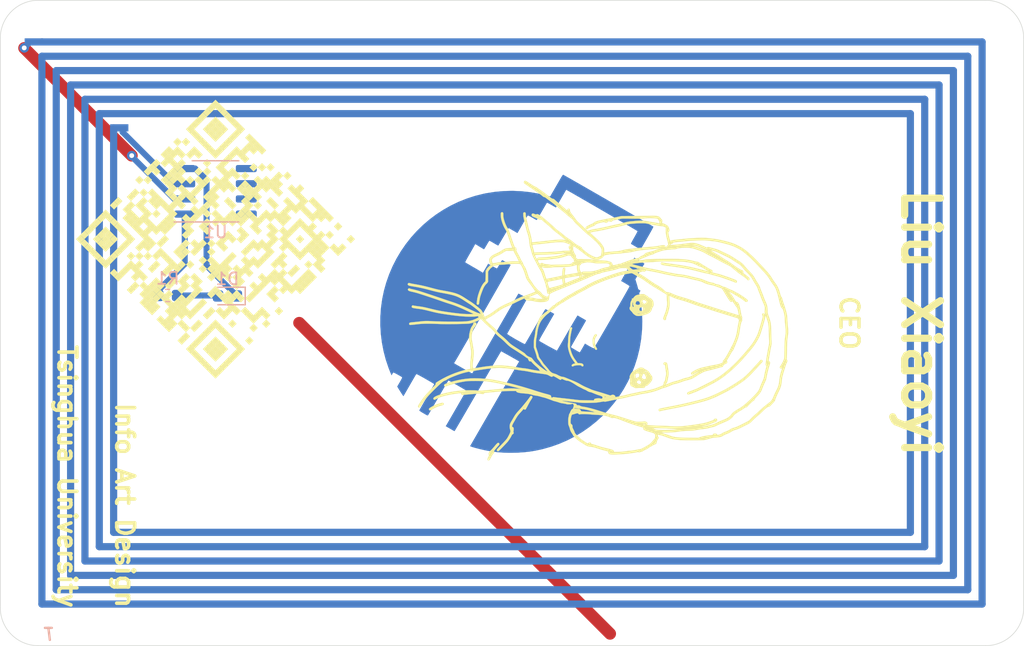
<source format=kicad_pcb>
(kicad_pcb (version 20171130) (host pcbnew "(5.1.9)-1")
  (layers (0 F.Cu signal) (31 B.Cu signal) (34 B.Paste user) (35 F.Paste user) (36 B.SilkS user) (37 F.SilkS user) (38 B.Mask user) (39 F.Mask user) (44 Edge.Cuts user))
  (net 0 "")
  (net 1 "Net-(AE1-Pad2)")
  (net 2 GND)
  (net 3 "Net-(D1-Pad2)")
  (net 4 +3V3)
  (net 5 "Net-(AE1-Pad1)")
  (net 6 "Net-(U1-Pad8)")
  (net 7 "Net-(U1-Pad7)")
  (net 8 "Net-(U1-Pad6)")
  (net 9 "Net-(U1-Pad5)")
  (module Avatars:10刘骁逸 (layer F.Cu) (at 149.41 73.01 270)
    (fp_text reference G*** hide)
    (fp_text value LOGO hide)
  )
  (module Card:FutureInteractionDisconnect (layer B.Cu) (at 142.8 73.01)
    (fp_text reference G*** hide)
    (fp_text value LOGO hide)
    (fp_poly (pts (xy 0.476798 10.843159) (xy 0.984689 10.811521) (xy 1.474558 10.756716) (xy 1.960792 10.677047) (xy 2.457777 10.570817) (xy 2.578206 10.541687) (xy 3.286119 10.341214) (xy 3.97344 10.095386) (xy 4.638474 9.805974) (xy 5.279524 9.474753) (xy 5.894894 9.103496) (xy 6.482888 8.693976) (xy 7.04181 8.247968) (xy 7.569964 7.767244) (xy 8.065655 7.253579) (xy 8.527185 6.708745) (xy 8.952859 6.134517) (xy 9.340981 5.532667) (xy 9.689855 4.90497) (xy 9.997785 4.253199) (xy 10.263075 3.579127) (xy 10.484028 2.884529) (xy 10.658949 2.171177) (xy 10.67963 2.0701) (xy 10.801638 1.330457) (xy 10.873378 0.58695) (xy 10.894846 -0.158117) (xy 10.866035 -0.902439) (xy 10.78694 -1.643714) (xy 10.690058 -2.219732) (xy 10.635958 -2.496365) (xy 10.687195 -2.601827) (xy 10.738433 -2.707288) (xy 10.642725 -2.76237) (xy 10.57361 -2.813266) (xy 10.538395 -2.874747) (xy 10.529264 -2.912089) (xy 10.51508 -2.972243) (xy 10.489173 -3.068151) (xy 10.455095 -3.187118) (xy 10.416403 -3.316451) (xy 10.412243 -3.330031) (xy 10.312976 -3.653336) (xy 10.692223 -4.309184) (xy 11.071471 -4.965031) (xy 10.964985 -5.030828) (xy 10.903142 -5.068253) (xy 10.809179 -5.124154) (xy 10.694928 -5.191533) (xy 10.57222 -5.263392) (xy 10.547784 -5.277639) (xy 10.237069 -5.458652) (xy 10.137689 -5.288376) (xy 9.967675 -4.996343) (xy 9.808924 -4.722203) (xy 9.66303 -4.468783) (xy 9.531585 -4.23891) (xy 9.416183 -4.03541) (xy 9.318418 -3.861108) (xy 9.239884 -3.718833) (xy 9.182173 -3.61141) (xy 9.146879 -3.541665) (xy 9.135596 -3.512425) (xy 9.136046 -3.511716) (xy 9.164063 -3.496979) (xy 9.227852 -3.461062) (xy 9.3194 -3.408548) (xy 9.430696 -3.344018) (xy 9.4996 -3.303792) (xy 9.637811 -3.221258) (xy 9.735593 -3.15862) (xy 9.797636 -3.112437) (xy 9.828633 -3.079266) (xy 9.834027 -3.058465) (xy 9.820177 -3.029499) (xy 9.782837 -2.960241) (xy 9.723931 -2.854025) (xy 9.645384 -2.714183) (xy 9.549119 -2.544049) (xy 9.437062 -2.346956) (xy 9.311138 -2.126238) (xy 9.173271 -1.885229) (xy 9.025385 -1.62726) (xy 8.869405 -1.355667) (xy 8.707256 -1.073782) (xy 8.540863 -0.784938) (xy 8.372149 -0.49247) (xy 8.20304 -0.199709) (xy 8.03546 0.090009) (xy 7.871334 0.373352) (xy 7.712586 0.646987) (xy 7.561141 0.907579) (xy 7.418924 1.151796) (xy 7.287859 1.376305) (xy 7.16987 1.577771) (xy 7.066883 1.752862) (xy 6.980822 1.898244) (xy 6.913611 2.010584) (xy 6.867176 2.086548) (xy 6.84344 2.122803) (xy 6.840974 2.125466) (xy 6.808278 2.117555) (xy 6.738414 2.0862) (xy 6.637449 2.034628) (xy 6.511448 1.966064) (xy 6.36648 1.883737) (xy 6.208612 1.790872) (xy 6.183242 1.77566) (xy 6.105384 1.728857) (xy 5.894063 2.096329) (xy 5.823088 2.218199) (xy 5.760368 2.322976) (xy 5.710386 2.403401) (xy 5.677625 2.452217) (xy 5.667121 2.463723) (xy 5.637825 2.451453) (xy 5.575043 2.418207) (xy 5.487566 2.36919) (xy 5.384183 2.309608) (xy 5.273686 2.244664) (xy 5.164865 2.179564) (xy 5.066509 2.119512) (xy 4.98741 2.069714) (xy 4.936358 2.035373) (xy 4.92158 2.02229) (xy 4.933833 1.99713) (xy 4.969152 1.932263) (xy 5.025133 1.83193) (xy 5.09937 1.700376) (xy 5.189458 1.541844) (xy 5.29299 1.360577) (xy 5.407561 1.160818) (xy 5.530766 0.946812) (xy 5.55997 0.896198) (xy 5.684526 0.680078) (xy 5.80079 0.477699) (xy 5.906391 0.293234) (xy 5.998957 0.130856) (xy 6.076116 -0.00526) (xy 6.135498 -0.110942) (xy 6.17473 -0.182016) (xy 6.191441 -0.214307) (xy 6.191837 -0.215823) (xy 6.169285 -0.229211) (xy 6.111795 -0.262713) (xy 6.028445 -0.311082) (xy 5.928313 -0.369071) (xy 5.820475 -0.43143) (xy 5.714011 -0.492914) (xy 5.617997 -0.548273) (xy 5.541511 -0.592261) (xy 5.493632 -0.61963) (xy 5.483312 -0.625412) (xy 5.468283 -0.605464) (xy 5.430101 -0.545036) (xy 5.370888 -0.447717) (xy 5.292762 -0.317094) (xy 5.197843 -0.156756) (xy 5.088252 0.029711) (xy 4.966108 0.238716) (xy 4.833532 0.466674) (xy 4.692643 0.709995) (xy 4.622009 0.832368) (xy 4.477601 1.082663) (xy 4.340473 1.320067) (xy 4.212756 1.540903) (xy 4.096585 1.741495) (xy 3.994093 1.918167) (xy 3.907414 2.067243) (xy 3.838682 2.185046) (xy 3.790029 2.267902) (xy 3.76359 2.312132) (xy 3.759448 2.318529) (xy 3.735327 2.310133) (xy 3.673365 2.28003) (xy 3.579841 2.231692) (xy 3.461036 2.168593) (xy 3.32323 2.094204) (xy 3.172702 2.011998) (xy 3.015732 1.925448) (xy 2.858599 1.838025) (xy 2.707584 1.753204) (xy 2.568966 1.674455) (xy 2.449025 1.605252) (xy 2.354041 1.549067) (xy 2.290293 1.509373) (xy 2.268843 1.494271) (xy 2.266979 1.47259) (xy 2.284275 1.423159) (xy 2.32229 1.342886) (xy 2.382584 1.228679) (xy 2.466716 1.07745) (xy 2.571794 0.893812) (xy 2.685372 0.697133) (xy 2.81263 0.476767) (xy 2.944466 0.248473) (xy 3.071782 0.028007) (xy 3.185479 -0.168875) (xy 3.215098 -0.220164) (xy 3.525594 -0.757828) (xy 3.167325 -0.963385) (xy 3.0277 -1.042281) (xy 2.925374 -1.096862) (xy 2.854557 -1.129721) (xy 2.809459 -1.14345) (xy 2.784291 -1.140642) (xy 2.779722 -1.13692) (xy 2.762251 -1.109847) (xy 2.721702 -1.042493) (xy 2.660279 -0.938641) (xy 2.580188 -0.802073) (xy 2.483633 -0.63657) (xy 2.372819 -0.445915) (xy 2.249951 -0.233888) (xy 2.117234 -0.004271) (xy 1.976872 0.239154) (xy 1.931765 0.3175) (xy 1.789487 0.564379) (xy 1.654156 0.798552) (xy 1.527975 1.016246) (xy 1.41315 1.21369) (xy 1.311885 1.387112) (xy 1.226383 1.53274) (xy 1.158849 1.646802) (xy 1.111487 1.725526) (xy 1.086501 1.76514) (xy 1.083621 1.768911) (xy 1.054992 1.764093) (xy 0.989356 1.736223) (xy 0.892961 1.688891) (xy 0.772051 1.625688) (xy 0.632874 1.550206) (xy 0.481675 1.466035) (xy 0.324701 1.376766) (xy 0.168198 1.285989) (xy 0.018412 1.197296) (xy -0.118411 1.114277) (xy -0.236023 1.040523) (xy -0.32818 0.979625) (xy -0.388635 0.935174) (xy -0.411141 0.91076) (xy -0.411087 0.909645) (xy -0.397314 0.882444) (xy -0.360221 0.815008) (xy -0.301931 0.711067) (xy -0.22457 0.574353) (xy -0.130263 0.408597) (xy -0.021134 0.217531) (xy 0.100691 0.004887) (xy 0.233087 -0.225605) (xy 0.37393 -0.470213) (xy 0.435504 -0.576974) (xy 0.578763 -0.825951) (xy 0.713878 -1.062143) (xy 0.838786 -1.281859) (xy 0.951428 -1.481408) (xy 1.049742 -1.657099) (xy 1.131668 -1.805241) (xy 1.195145 -1.922143) (xy 1.238112 -2.004114) (xy 1.258508 -2.047464) (xy 1.259813 -2.053333) (xy 1.230636 -2.078021) (xy 1.167549 -2.119077) (xy 1.07968 -2.171534) (xy 0.976157 -2.23043) (xy 0.866109 -2.290799) (xy 0.758664 -2.347679) (xy 0.66295 -2.396104) (xy 0.588097 -2.43111) (xy 0.543232 -2.447734) (xy 0.534867 -2.447568) (xy 0.520172 -2.423431) (xy 0.481517 -2.3577) (xy 0.420304 -2.252797) (xy 0.337934 -2.111144) (xy 0.235808 -1.935163) (xy 0.115329 -1.727276) (xy -0.022102 -1.489904) (xy -0.175083 -1.225471) (xy -0.342214 -0.936399) (xy -0.522091 -0.625108) (xy -0.713315 -0.294021) (xy -0.914482 0.054439) (xy -1.124192 0.417851) (xy -1.341043 0.793792) (xy -1.395948 0.889) (xy -1.614299 1.26758) (xy -1.825822 1.634169) (xy -2.02912 1.986351) (xy -2.222792 2.321708) (xy -2.405442 2.637825) (xy -2.575668 2.932284) (xy -2.732075 3.202668) (xy -2.873262 3.446561) (xy -2.99783 3.661546) (xy -3.104383 3.845206) (xy -3.19152 3.995124) (xy -3.257843 4.108884) (xy -3.301953 4.184069) (xy -3.322453 4.218262) (xy -3.323727 4.220125) (xy -3.347562 4.21091) (xy -3.409249 4.179884) (xy -3.502578 4.13052) (xy -3.62134 4.066293) (xy -3.759327 3.990676) (xy -3.910329 3.907143) (xy -4.068139 3.819169) (xy -4.226546 3.730228) (xy -4.379343 3.643793) (xy -4.520319 3.563339) (xy -4.643268 3.492339) (xy -4.741979 3.434268) (xy -4.810243 3.392599) (xy -4.841853 3.370808) (xy -4.842135 3.370533) (xy -4.838087 3.343162) (xy -4.810259 3.29385) (xy -4.80401 3.284947) (xy -4.780083 3.247421) (xy -4.733048 3.169482) (xy -4.664429 3.053775) (xy -4.575747 2.902948) (xy -4.468526 2.719647) (xy -4.344288 2.506516) (xy -4.204555 2.266204) (xy -4.05085 2.001354) (xy -3.884696 1.714615) (xy -3.707615 1.408631) (xy -3.52113 1.086049) (xy -3.326763 0.749515) (xy -3.126037 0.401675) (xy -2.920474 0.045176) (xy -2.711598 -0.317338) (xy -2.50093 -0.683219) (xy -2.289994 -1.049821) (xy -2.080311 -1.414499) (xy -1.873405 -1.774607) (xy -1.670798 -2.127497) (xy -1.474012 -2.470525) (xy -1.28457 -2.801044) (xy -1.103995 -3.116407) (xy -0.93381 -3.41397) (xy -0.775536 -3.691085) (xy -0.630696 -3.945107) (xy -0.500814 -4.173389) (xy -0.387411 -4.373286) (xy -0.29201 -4.542152) (xy -0.216134 -4.677339) (xy -0.161306 -4.776203) (xy -0.129047 -4.836097) (xy -0.12055 -4.854481) (xy -0.148094 -4.872927) (xy -0.20966 -4.910308) (xy -0.296 -4.96131) (xy -0.397867 -5.020616) (xy -0.506014 -5.08291) (xy -0.611194 -5.142878) (xy -0.70416 -5.195204) (xy -0.775665 -5.234572) (xy -0.816461 -5.255667) (xy -0.822178 -5.2578) (xy -0.838059 -5.236966) (xy -0.874508 -5.179447) (xy -0.926976 -5.092712) (xy -0.990913 -4.984229) (xy -1.032724 -4.912095) (xy -1.102552 -4.79303) (xy -1.165122 -4.690318) (xy -1.215493 -4.611763) (xy -1.248727 -4.565171) (xy -1.258171 -4.55588) (xy -1.288054 -4.564389) (xy -1.35364 -4.59469) (xy -1.446906 -4.642711) (xy -1.559832 -4.70438) (xy -1.637655 -4.748519) (xy -1.990869 -4.951668) (xy -2.149317 -4.679284) (xy -2.217631 -4.562121) (xy -2.283393 -4.449812) (xy -2.338709 -4.355815) (xy -2.373162 -4.297784) (xy -2.438558 -4.188668) (xy -2.546429 -4.262275) (xy -2.597072 -4.294445) (xy -2.684832 -4.3476) (xy -2.80268 -4.417593) (xy -2.943589 -4.500277) (xy -3.100528 -4.591503) (xy -3.2639 -4.68565) (xy -3.424814 -4.778382) (xy -3.572138 -4.864052) (xy -3.699845 -4.939097) (xy -3.80191 -4.999949) (xy -3.872307 -5.043043) (xy -3.90501 -5.064814) (xy -3.905734 -5.065449) (xy -3.910202 -5.082339) (xy -3.901796 -5.116628) (xy -3.878477 -5.17232) (xy -3.838203 -5.25342) (xy -3.778934 -5.363933) (xy -3.698629 -5.507865) (xy -3.595247 -5.68922) (xy -3.531084 -5.800695) (xy -3.432139 -5.972688) (xy -3.341858 -6.130582) (xy -3.263264 -6.269015) (xy -3.19938 -6.382622) (xy -3.153231 -6.466041) (xy -3.127838 -6.513907) (xy -3.123812 -6.523205) (xy -3.111402 -6.557575) (xy -3.100951 -6.57599) (xy -3.080344 -6.590961) (xy -3.043599 -6.583451) (xy -2.980525 -6.550329) (xy -2.942589 -6.52732) (xy -2.749686 -6.408294) (xy -2.597127 -6.315195) (xy -2.482465 -6.246571) (xy -2.403252 -6.200974) (xy -2.357039 -6.176953) (xy -2.343024 -6.1722) (xy -2.324092 -6.193152) (xy -2.285107 -6.251056) (xy -2.230736 -6.338485) (xy -2.165646 -6.448011) (xy -2.120011 -6.527164) (xy -2.050271 -6.647126) (xy -1.987949 -6.749842) (xy -1.937776 -6.827859) (xy -1.904486 -6.873724) (xy -1.894188 -6.882764) (xy -1.865233 -6.870804) (xy -1.800524 -6.837362) (xy -1.708056 -6.786776) (xy -1.595824 -6.723386) (xy -1.520929 -6.6802) (xy -1.401491 -6.611244) (xy -1.297982 -6.552313) (xy -1.218106 -6.507727) (xy -1.169566 -6.481804) (xy -1.158573 -6.477) (xy -1.141528 -6.497567) (xy -1.104805 -6.553403) (xy -1.053996 -6.635708) (xy -1.001138 -6.72465) (xy -0.943078 -6.823665) (xy -0.865712 -6.955218) (xy -0.775624 -7.108136) (xy -0.679395 -7.271248) (xy -0.583609 -7.433381) (xy -0.567759 -7.460184) (xy -0.279207 -7.948068) (xy 0.455887 -7.523734) (xy 0.866825 -8.238617) (xy 0.967402 -8.413009) (xy 1.060911 -8.574047) (xy 1.144103 -8.716219) (xy 1.213727 -8.834015) (xy 1.266536 -8.921926) (xy 1.299281 -8.974441) (xy 1.307807 -8.986519) (xy 1.327383 -8.994683) (xy 1.363309 -8.987875) (xy 1.421643 -8.963388) (xy 1.508445 -8.918513) (xy 1.629772 -8.850544) (xy 1.691276 -8.815157) (xy 1.811773 -8.746037) (xy 1.916721 -8.6869) (xy 1.998341 -8.642044) (xy 2.048855 -8.615768) (xy 2.061268 -8.610688) (xy 2.077453 -8.631871) (xy 2.115688 -8.692012) (xy 2.172874 -8.78593) (xy 2.245914 -8.908443) (xy 2.331708 -9.054371) (xy 2.427158 -9.218533) (xy 2.490374 -9.32815) (xy 2.590527 -9.502048) (xy 2.682946 -9.661936) (xy 2.764507 -9.802454) (xy 2.832086 -9.918243) (xy 2.88256 -10.003945) (xy 2.912803 -10.054199) (xy 2.919983 -10.065158) (xy 2.946486 -10.059565) (xy 3.009077 -10.031782) (xy 3.100194 -9.985601) (xy 3.212271 -9.924811) (xy 3.304985 -9.872229) (xy 3.672914 -9.659841) (xy 4.531862 -11.148983) (xy 4.647181 -11.084657) (xy 4.745495 -11.029327) (xy 4.878742 -10.953582) (xy 5.043824 -10.85922) (xy 5.237643 -10.74804) (xy 5.4571 -10.62184) (xy 5.699097 -10.482418) (xy 5.960536 -10.331574) (xy 6.238318 -10.171106) (xy 6.529346 -10.002811) (xy 6.830521 -9.82849) (xy 7.138744 -9.64994) (xy 7.450919 -9.468959) (xy 7.763945 -9.287347) (xy 8.074726 -9.106902) (xy 8.380163 -8.929423) (xy 8.677157 -8.756707) (xy 8.962611 -8.590554) (xy 9.233426 -8.432762) (xy 9.486504 -8.28513) (xy 9.718747 -8.149456) (xy 9.927056 -8.027539) (xy 10.108334 -7.921176) (xy 10.259481 -7.832168) (xy 10.377401 -7.762312) (xy 10.458993 -7.713406) (xy 10.501161 -7.68725) (xy 10.506485 -7.683316) (xy 10.497286 -7.654357) (xy 10.46572 -7.588192) (xy 10.415246 -7.49136) (xy 10.349323 -7.3704) (xy 10.271409 -7.231851) (xy 10.224413 -7.150028) (xy 10.141958 -7.005108) (xy 10.070332 -6.874558) (xy 10.012842 -6.7648) (xy 9.972795 -6.682257) (xy 9.9535 -6.63335) (xy 9.953021 -6.623018) (xy 9.980019 -6.604656) (xy 10.041235 -6.567003) (xy 10.128288 -6.514927) (xy 10.232797 -6.453294) (xy 10.346382 -6.386968) (xy 10.460661 -6.320818) (xy 10.567255 -6.259708) (xy 10.657782 -6.208505) (xy 10.723862 -6.172076) (xy 10.757113 -6.155285) (xy 10.759427 -6.154793) (xy 10.772426 -6.177069) (xy 10.808159 -6.238814) (xy 10.864001 -6.335479) (xy 10.937327 -6.462514) (xy 11.025512 -6.615372) (xy 11.12593 -6.789503) (xy 11.235957 -6.980358) (xy 11.302268 -7.095411) (xy 11.424496 -7.308908) (xy 11.534096 -7.503137) (xy 11.62898 -7.674229) (xy 11.707058 -7.818311) (xy 11.766244 -7.931512) (xy 11.804449 -8.009962) (xy 11.819584 -8.049789) (xy 11.819201 -8.053758) (xy 11.793341 -8.070444) (xy 11.726342 -8.110703) (xy 11.620964 -8.172945) (xy 11.479967 -8.255581) (xy 11.306114 -8.35702) (xy 11.102164 -8.475674) (xy 10.870878 -8.609951) (xy 10.615018 -8.758263) (xy 10.337343 -8.91902) (xy 10.040614 -9.090632) (xy 9.727593 -9.27151) (xy 9.40104 -9.460063) (xy 9.063716 -9.654702) (xy 8.718381 -9.853837) (xy 8.367797 -10.055878) (xy 8.014724 -10.259236) (xy 7.661922 -10.462322) (xy 7.312153 -10.663544) (xy 6.968178 -10.861314) (xy 6.632756 -11.054042) (xy 6.30865 -11.240138) (xy 5.998619 -11.418012) (xy 5.705424 -11.586075) (xy 5.431827 -11.742737) (xy 5.180587 -11.886409) (xy 4.954466 -12.015499) (xy 4.756225 -12.12842) (xy 4.588623 -12.22358) (xy 4.454423 -12.299391) (xy 4.356384 -12.354262) (xy 4.297268 -12.386604) (xy 4.279741 -12.3952) (xy 4.250856 -12.374613) (xy 4.20655 -12.320076) (xy 4.155381 -12.242424) (xy 4.144306 -12.22375) (xy 4.10714 -12.159655) (xy 4.048542 -12.058342) (xy 3.972437 -11.92661) (xy 3.882752 -11.771259) (xy 3.783412 -11.599088) (xy 3.678343 -11.416897) (xy 3.620006 -11.3157) (xy 3.518863 -11.140318) (xy 3.426042 -10.979555) (xy 3.344523 -10.838554) (xy 3.277283 -10.722459) (xy 3.227302 -10.636417) (xy 3.197559 -10.58557) (xy 3.190352 -10.573648) (xy 3.16546 -10.578053) (xy 3.100997 -10.593975) (xy 3.006248 -10.619014) (xy 2.890498 -10.650768) (xy 2.868982 -10.656778) (xy 2.179465 -10.824098) (xy 1.473229 -10.945348) (xy 0.755268 -11.020388) (xy 0.030576 -11.049075) (xy -0.695852 -11.031266) (xy -1.419022 -10.966818) (xy -2.13394 -10.85559) (xy -2.377149 -10.806469) (xy -3.091019 -10.628093) (xy -3.78564 -10.403717) (xy -4.459279 -10.135027) (xy -5.110204 -9.823706) (xy -5.73668 -9.47144) (xy -6.336975 -9.079914) (xy -6.909355 -8.650813) (xy -7.452089 -8.185823) (xy -7.963441 -7.686626) (xy -8.44168 -7.15491) (xy -8.885073 -6.592358) (xy -9.291885 -6.000657) (xy -9.660384 -5.381489) (xy -9.988838 -4.736542) (xy -10.275512 -4.067499) (xy -10.518674 -3.376045) (xy -10.705417 -2.709609) (xy -10.855206 -1.996713) (xy -10.956265 -1.273971) (xy -11.008864 -0.544935) (xy -11.013276 0.186843) (xy -10.96977 0.917811) (xy -10.878618 1.644416) (xy -10.740092 2.363108) (xy -10.554461 3.070334) (xy -10.321997 3.762541) (xy -10.185078 4.109643) (xy -10.07652 4.371185) (xy -10.014684 4.26232) (xy -9.973392 4.195385) (xy -9.938334 4.148296) (xy -9.926474 4.137155) (xy -9.897913 4.144185) (xy -9.834872 4.172127) (xy -9.746552 4.215965) (xy -9.642155 4.270678) (xy -9.530883 4.331248) (xy -9.421938 4.392656) (xy -9.324521 4.449883) (xy -9.247835 4.497909) (xy -9.201081 4.531717) (xy -9.198038 4.534467) (xy -9.188641 4.552931) (xy -9.192238 4.584273) (xy -9.211619 4.634749) (xy -9.249572 4.710616) (xy -9.30889 4.818128) (xy -9.379424 4.941202) (xy -9.595673 5.315065) (xy -9.542201 5.407083) (xy -9.495868 5.484434) (xy -9.433425 5.585479) (xy -9.362038 5.698978) (xy -9.288871 5.813695) (xy -9.22109 5.918392) (xy -9.16586 6.001832) (xy -9.1313 6.051501) (xy -9.0805 6.119745) (xy -8.560943 5.216605) (xy -8.447866 5.020317) (xy -8.341986 4.837045) (xy -8.246126 4.671634) (xy -8.163107 4.52893) (xy -8.09575 4.41378) (xy -8.046879 4.33103) (xy -8.019314 4.285524) (xy -8.014843 4.27878) (xy -7.999627 4.273543) (xy -7.967701 4.280546) (xy -7.915107 4.30179) (xy -7.837885 4.339275) (xy -7.732077 4.395003) (xy -7.593726 4.470975) (xy -7.418872 4.569192) (xy -7.24535 4.667806) (xy -7.069041 4.768995) (xy -6.907678 4.862832) (xy -6.766374 4.946249) (xy -6.650242 5.016177) (xy -6.564394 5.069546) (xy -6.513942 5.103289) (xy -6.5024 5.113779) (xy -6.514744 5.139551) (xy -6.550146 5.204943) (xy -6.606162 5.305639) (xy -6.68035 5.437321) (xy -6.770267 5.595674) (xy -6.873469 5.776382) (xy -6.987512 5.975129) (xy -7.109955 6.187599) (xy -7.124863 6.213408) (xy -7.248334 6.427429) (xy -7.363912 6.628381) (xy -7.469126 6.811922) (xy -7.561504 6.973712) (xy -7.638573 7.109408) (xy -7.697861 7.214669) (xy -7.736897 7.285154) (xy -7.753209 7.316522) (xy -7.753513 7.317416) (xy -7.734805 7.33856) (xy -7.679116 7.379844) (xy -7.593686 7.436403) (xy -7.485756 7.503373) (xy -7.407105 7.550102) (xy -7.273259 7.627504) (xy -7.176164 7.68116) (xy -7.109295 7.713926) (xy -7.066124 7.728655) (xy -7.040125 7.728203) (xy -7.025798 7.716885) (xy -7.008417 7.68856) (xy -6.967898 7.620001) (xy -6.906444 7.515003) (xy -6.826258 7.377358) (xy -6.729543 7.210863) (xy -6.618502 7.01931) (xy -6.495339 6.806494) (xy -6.362256 6.576208) (xy -6.221456 6.332248) (xy -6.17358 6.249223) (xy -6.030885 6.002351) (xy -5.895079 5.768628) (xy -5.768362 5.551761) (xy -5.652934 5.355458) (xy -5.550995 5.183424) (xy -5.464744 5.039367) (xy -5.396382 4.926994) (xy -5.348109 4.850011) (xy -5.322124 4.812126) (xy -5.31873 4.8088) (xy -5.291092 4.818252) (xy -5.22652 4.849717) (xy -5.131197 4.899669) (xy -5.011306 4.964584) (xy -4.873028 5.040937) (xy -4.722548 5.125203) (xy -4.566048 5.213858) (xy -4.40971 5.303377) (xy -4.259718 5.390236) (xy -4.122254 5.470909) (xy -4.0035 5.541872) (xy -3.90964 5.599601) (xy -3.846857 5.64057) (xy -3.821332 5.661255) (xy -3.821163 5.662539) (xy -3.834986 5.686479) (xy -3.872027 5.750678) (xy -3.930125 5.851386) (xy -4.007118 5.984856) (xy -4.100845 6.147341) (xy -4.209143 6.335093) (xy -4.329851 6.544364) (xy -4.460806 6.771406) (xy -4.599848 7.012472) (xy -4.635278 7.0739) (xy -4.777342 7.320144) (xy -4.912933 7.555043) (xy -5.039747 7.774611) (xy -5.155478 7.974864) (xy -5.257823 8.151818) (xy -5.344476 8.301489) (xy -5.413132 8.419891) (xy -5.461488 8.503041) (xy -5.487237 8.546954) (xy -5.489459 8.550657) (xy -5.537891 8.630414) (xy -5.183336 8.836407) (xy -5.062378 8.905981) (xy -4.95657 8.965514) (xy -4.873764 9.010693) (xy -4.821815 9.037205) (xy -4.808341 9.042384) (xy -4.793541 9.02077) (xy -4.754785 8.957527) (xy -4.693468 8.855046) (xy -4.610985 8.715719) (xy -4.508733 8.54194) (xy -4.388107 8.3361) (xy -4.250502 8.100592) (xy -4.097313 7.837807) (xy -3.929938 7.550139) (xy -3.74977 7.239978) (xy -3.558205 6.909718) (xy -3.35664 6.56175) (xy -3.146469 6.198467) (xy -2.929089 5.822261) (xy -2.859819 5.702284) (xy -2.640444 5.322512) (xy -2.427811 4.954916) (xy -2.223316 4.601889) (xy -2.028357 4.265822) (xy -1.844333 3.949108) (xy -1.67264 3.65414) (xy -1.514676 3.38331) (xy -1.371838 3.139011) (xy -1.245525 2.923634) (xy -1.137133 2.739574) (xy -1.048061 2.589221) (xy -0.979706 2.474969) (xy -0.933465 2.39921) (xy -0.910737 2.364336) (xy -0.908677 2.3622) (xy -0.883983 2.374197) (xy -0.821417 2.407837) (xy -0.727235 2.459595) (xy -0.607691 2.525945) (xy -0.469041 2.603361) (xy -0.317539 2.688318) (xy -0.159441 2.77729) (xy -0.001002 2.866752) (xy 0.151523 2.953178) (xy 0.291879 3.033042) (xy 0.413811 3.102819) (xy 0.511064 3.158982) (xy 0.577382 3.198008) (xy 0.605815 3.21583) (xy 0.597824 3.238062) (xy 0.567109 3.28585) (xy 0.55202 3.306682) (xy 0.533848 3.33594) (xy 0.491753 3.406662) (xy 0.427202 3.516313) (xy 0.341664 3.662358) (xy 0.236609 3.842263) (xy 0.113506 4.053493) (xy -0.026177 4.293515) (xy -0.180972 4.559792) (xy -0.349408 4.849792) (xy -0.530017 5.160979) (xy -0.72133 5.490818) (xy -0.921879 5.836776) (xy -1.130194 6.196318) (xy -1.344806 6.566908) (xy -1.564248 6.946013) (xy -1.787048 7.331099) (xy -2.01174 7.71963) (xy -2.236854 8.109072) (xy -2.46092 8.49689) (xy -2.682471 8.880551) (xy -2.900037 9.257518) (xy -3.112149 9.625259) (xy -3.317339 9.981238) (xy -3.496308 10.291954) (xy -3.479985 10.309903) (xy -3.420145 10.336587) (xy -3.323004 10.370372) (xy -3.194775 10.409626) (xy -3.041674 10.452715) (xy -2.869914 10.498006) (xy -2.685711 10.543866) (xy -2.495278 10.588661) (xy -2.30483 10.63076) (xy -2.120582 10.668528) (xy -1.948748 10.700332) (xy -1.9304 10.703476) (xy -1.598835 10.755753) (xy -1.288473 10.795474) (xy -0.984184 10.823852) (xy -0.670839 10.842104) (xy -0.333305 10.851442) (xy -0.0635 10.853328) (xy 0.476798 10.843159)) (layer B.Cu) (width 0.01))
  )
  (module Card:interact.cool (layer F.Cu) (at 118 66 45)
    (fp_text reference QR hide)
    (fp_text value https://interact.cool/ hide)
  )
  (module Card:NFC-Antenna_6_79.24x47.62_0.6x0.6mm (layer B.Cu) (at 142.8 73.01)
    (fp_text reference AE1 hide)
    (fp_text value Antenna_Loop)
    (fp_line (start -39.32 -23.51) (end 39.32 -23.51) (layer B.Cu) (width 0.6))
    (fp_line (start 39.32 -23.51) (end 39.32 23.51) (layer B.Cu) (width 0.6))
    (fp_line (start 39.32 23.51) (end -39.32 23.51) (layer B.Cu) (width 0.6))
    (fp_line (start -39.32 23.51) (end -39.32 -22.31) (layer B.Cu) (width 0.6))
    (fp_line (start -39.32 -22.31) (end 38.12 -22.31) (layer B.Cu) (width 0.6))
    (fp_line (start 38.12 -22.31) (end 38.12 22.31) (layer B.Cu) (width 0.6))
    (fp_line (start 38.12 22.31) (end -38.12 22.31) (layer B.Cu) (width 0.6))
    (fp_line (start -38.12 22.31) (end -38.12 -21.11) (layer B.Cu) (width 0.6))
    (fp_line (start -38.12 -21.11) (end 36.92 -21.11) (layer B.Cu) (width 0.6))
    (fp_line (start 36.92 -21.11) (end 36.92 21.11) (layer B.Cu) (width 0.6))
    (fp_line (start 36.92 21.11) (end -36.92 21.11) (layer B.Cu) (width 0.6))
    (fp_line (start -36.92 21.11) (end -36.92 -19.91) (layer B.Cu) (width 0.6))
    (fp_line (start -36.92 -19.91) (end 35.72 -19.91) (layer B.Cu) (width 0.6))
    (fp_line (start 35.72 -19.91) (end 35.72 19.91) (layer B.Cu) (width 0.6))
    (fp_line (start 35.72 19.91) (end -35.72 19.91) (layer B.Cu) (width 0.6))
    (fp_line (start -35.72 19.91) (end -35.72 -18.71) (layer B.Cu) (width 0.6))
    (fp_line (start -35.72 -18.71) (end 34.52 -18.71) (layer B.Cu) (width 0.6))
    (fp_line (start 34.52 -18.71) (end 34.52 18.71) (layer B.Cu) (width 0.6))
    (fp_line (start 34.52 18.71) (end -34.52 18.71) (layer B.Cu) (width 0.6))
    (fp_line (start -34.52 18.71) (end -34.52 -17.51) (layer B.Cu) (width 0.6))
    (fp_line (start -34.52 -17.51) (end 33.32 -17.51) (layer B.Cu) (width 0.6))
    (fp_line (start 33.32 -17.51) (end 33.32 17.51) (layer B.Cu) (width 0.6))
    (fp_line (start 33.32 17.51) (end -33.32 17.51) (layer B.Cu) (width 0.6))
    (fp_line (start -33.32 17.51) (end -33.32 -16.31) (layer B.Cu) (width 0.6))
    (pad 2 smd rect (at -40 -23.51) (size 1.524 0.6) (layers B.Cu) (net 1 "Net-(AE1-Pad2)"))
    (pad 1 smd rect (at -32.85 -16.325) (size 1.524 0.6) (layers B.Cu) (net 5 "Net-(AE1-Pad1)"))
  )
  (module Package_SO:SO-8_3.9x4.9mm_P1.27mm (layer B.Cu) (at 118 62)
    (fp_text reference U1 (at 0 3.4) (layer B.SilkS) (effects (justify mirror)))
    (fp_text value M24LR04E-R)
    (pad 8 smd roundrect (at 2.575 1.905) (size 1.75 0.6) (layers B.Cu B.Paste B.Mask) (net 6 "Net-(U1-Pad8)"))
    (pad 7 smd roundrect (at 2.575 0.635) (size 1.75 0.6) (layers B.Cu B.Paste B.Mask) (net 7 "Net-(U1-Pad7)"))
    (pad 6 smd roundrect (at 2.575 -0.635) (size 1.75 0.6) (layers B.Cu B.Paste B.Mask) (net 8 "Net-(U1-Pad6)"))
    (pad 5 smd roundrect (at 2.575 -1.905) (size 1.75 0.6) (layers B.Cu B.Paste B.Mask) (net 9 "Net-(U1-Pad5)"))
    (pad 4 smd roundrect (at -2.575 -1.905) (size 1.75 0.6) (layers B.Cu B.Paste B.Mask) (net 2 GND))
    (pad 3 smd roundrect (at -2.575 -0.635) (size 1.75 0.6) (layers B.Cu B.Paste B.Mask) (net 5 "Net-(AE1-Pad1)"))
    (pad 2 smd roundrect (at -2.575 0.635) (size 1.75 0.6) (layers B.Cu B.Paste B.Mask) (net 1 "Net-(AE1-Pad2)"))
    (pad 1 smd roundrect (at -2.575 1.905) (size 1.75 0.6) (layers B.Cu B.Paste B.Mask) (net 4 +3V3))
  )
  (module Resistor_SMD:R_0603_1608Metric (layer B.Cu) (at 114 70.71 180)
    (fp_text reference R1 (at 0 1.43) (layer B.SilkS) (effects (justify mirror)))
    (fp_text value R)
    (pad 2 smd roundrect (at 0.7875 0 180) (size 0.875 0.95) (layers B.Cu B.Paste B.Mask) (net 4 +3V3))
    (pad 1 smd roundrect (at -0.7875 0 180) (size 0.875 0.95) (layers B.Cu B.Paste B.Mask) (net 3 "Net-(D1-Pad2)"))
  )
  (module LED_SMD:LED_0603_1608Metric (layer B.Cu) (at 119 70.75 180)
    (fp_text reference D1 (at 0 1.43) (layer B.SilkS) (effects (justify mirror)))
    (fp_text value LED)
    (pad 2 smd roundrect (at 0.7875 0 180) (size 0.875 0.95) (layers B.Cu B.Paste B.Mask) (net 3 "Net-(D1-Pad2)"))
    (pad 1 smd roundrect (at -0.7875 0 180) (size 0.875 0.95) (layers B.Cu B.Paste B.Mask) (net 2 GND))
  )
  (gr_text T (at 104.14 99.06) (layer B.SilkS) (effects (font (size 1 1) (thickness 0.2) italic) (justify mirror)))
  (gr_text "Info Art Design\n\nTsinghua University" (at 108 97 270) (layer F.SilkS) (effects (font (size 1.5 1.5) (thickness 0.3)) (justify right)))
  (gr_text CEO (at 171 73 -90) (layer F.SilkS) (effects (font (size 1.5 1.5) (thickness 0.3))))
  (gr_text "Liu Xiaoyi" (at 177 73 -90) (layer F.SilkS) (effects (font (size 3 3) (thickness 0.6))))
  (gr_line (start 103.18 100) (end 182.42 100) (layer Edge.Cuts) (width 0.05))
  (gr_line (start 185.6 49.2) (end 185.6 96.82) (layer Edge.Cuts) (width 0.05))
  (gr_line (start 100 49.2) (end 100 96.82) (layer Edge.Cuts) (width 0.05))
  (gr_line (start 103.18 46.02) (end 182.42 46.02) (layer Edge.Cuts) (width 0.05))
  (gr_arc (start 103.18 49.2) (end 103.18 46.02) (angle -90) (layer Edge.Cuts) (width 0.05))
  (gr_arc (start 182.42 49.2) (end 185.6 49.2) (angle -90) (layer Edge.Cuts) (width 0.05))
  (gr_arc (start 103.18 96.82) (end 100 96.82) (angle -90) (layer Edge.Cuts) (width 0.05))
  (gr_arc (start 182.42 96.82) (end 182.42 100) (angle -90) (layer Edge.Cuts) (width 0.05))
  (segment (start 125 73) (end 151 99) (width 1) (layer F.Cu) (net 0))
  (via (at 110.991459 59.008541) (size 0.8) (drill 0.4) (layers F.Cu B.Cu) (net 1))
  (segment (start 110.991459 59.076459) (end 110.991459 59.008541) (width 0.5) (layer B.Cu) (net 1))
  (segment (start 115.425 62.635) (end 114.55 62.635) (width 0.5) (layer B.Cu) (net 1))
  (segment (start 114.55 62.635) (end 110.991459 59.076459) (width 0.5) (layer B.Cu) (net 1))
  (via (at 102 50) (size 0.8) (drill 0.4) (layers F.Cu B.Cu) (net 1))
  (segment (start 110.991459 59.008541) (end 102 50.017082) (width 1) (layer F.Cu) (net 1))
  (segment (start 102 50.017082) (end 102 50) (width 0.5) (layer F.Cu) (net 1))
  (segment (start 102.5 49.5) (end 102.72999 49.5) (width 0.5) (layer B.Cu) (net 1))
  (segment (start 102 50) (end 102.5 49.5) (width 0.5) (layer B.Cu) (net 1))
  (segment (start 116.3 60.095) (end 117.25 61.045) (width 0.5) (layer B.Cu) (net 2))
  (segment (start 115.425 60.095) (end 116.3 60.095) (width 0.5) (layer B.Cu) (net 2))
  (segment (start 117.25 68.2125) (end 119.7875 70.75) (width 0.5) (layer B.Cu) (net 2))
  (segment (start 117.25 61.045) (end 117.25 68.2125) (width 0.5) (layer B.Cu) (net 2))
  (segment (start 118.1725 70.71) (end 118.2125 70.75) (width 0.5) (layer B.Cu) (net 3))
  (segment (start 114.7875 70.71) (end 118.1725 70.71) (width 0.5) (layer B.Cu) (net 3))
  (segment (start 115.425 63.905) (end 115.425 68.075) (width 0.5) (layer B.Cu) (net 4))
  (segment (start 113.2125 70.2875) (end 113.2125 70.71) (width 0.5) (layer B.Cu) (net 4))
  (segment (start 115.425 68.075) (end 113.2125 70.2875) (width 0.5) (layer B.Cu) (net 4))
  (segment (start 110.23001 57.04501) (end 110.23001 56.685) (width 0.5) (layer B.Cu) (net 5))
  (segment (start 115.425 61.365) (end 114.55 61.365) (width 0.5) (layer B.Cu) (net 5))
  (segment (start 114.55 61.365) (end 110.23001 57.04501) (width 0.5) (layer B.Cu) (net 5))
)
</source>
